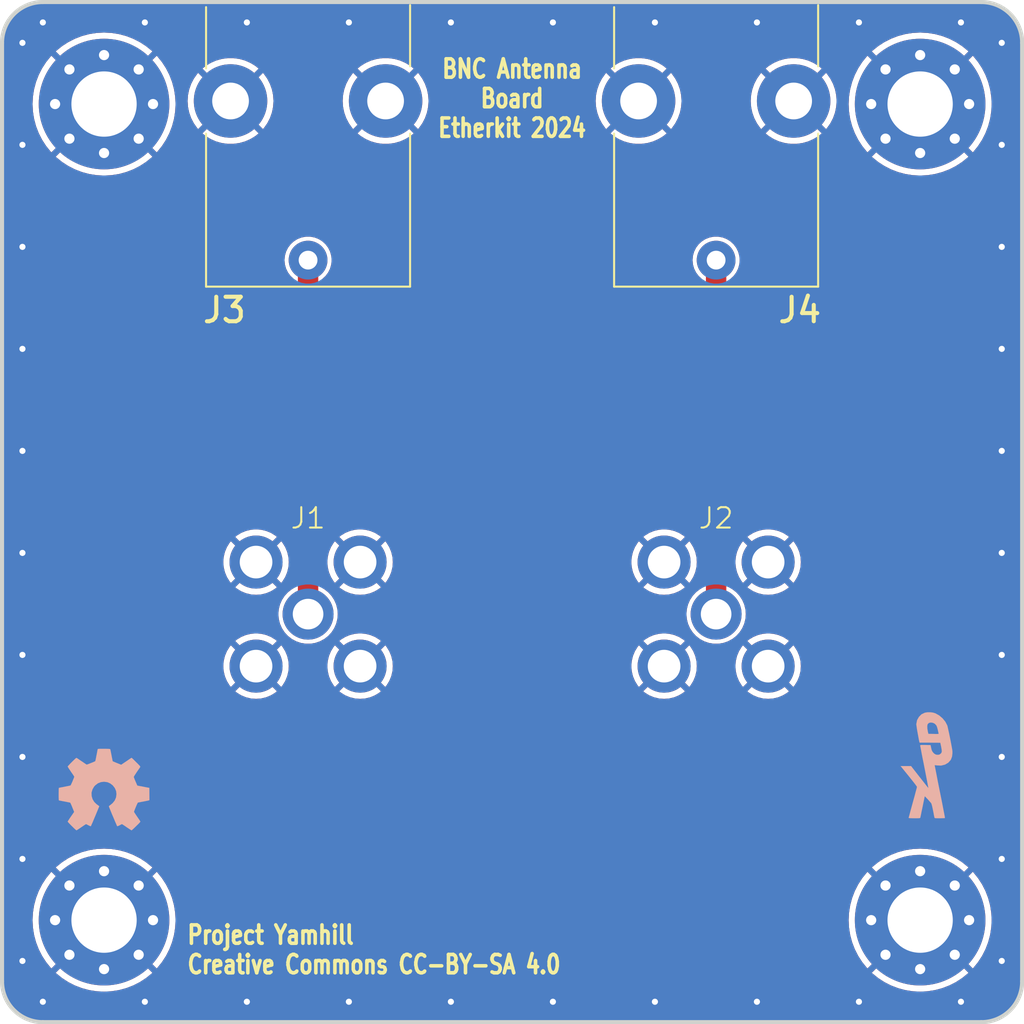
<source format=kicad_pcb>
(kicad_pcb (version 20221018) (generator pcbnew)
  (title_block (title "Project Yamhill") (rev "A") (company "Etherkit"))
  (layers (0 "F.Cu" signal) (31 "B.Cu" signal) (34 "B.Paste" user) (35 "F.Paste" user) (36 "B.SilkS" user "B.Silkscreen") (37 "F.SilkS" user "F.Silkscreen") (38 "B.Mask" user) (39 "F.Mask" user) (44 "Edge.Cuts" user))
  (net 0 "")
  (net 1 "GND")
  (net 2 "Net-(J1-In)")
  (net 3 "Net-(J2-In)")
  (footprint "MountingHole:MountingHole_3.2mm_M3_Pad_Via" (layer "F.Cu") (at 105 55)
    (fp_text reference "H1" hide)
    (fp_text value "MountingHole_Pad" hide)
    (pad "1" thru_hole circle (at -2.4 0) (size 0.8 0.8) (drill 0.5) (layers "*.Cu" "*.Mask") (net 1 "GND"))
    (pad "1" thru_hole circle (at -1.697056 -1.697056) (size 0.8 0.8) (drill 0.5) (layers "*.Cu" "*.Mask") (net 1 "GND"))
    (pad "1" thru_hole circle (at -1.697056 1.697056) (size 0.8 0.8) (drill 0.5) (layers "*.Cu" "*.Mask") (net 1 "GND"))
    (pad "1" thru_hole circle (at 0 -2.4) (size 0.8 0.8) (drill 0.5) (layers "*.Cu" "*.Mask") (net 1 "GND"))
    (pad "1" thru_hole circle (at 0 0) (size 6.4 6.4) (drill 3.2) (layers "*.Cu" "*.Mask") (net 1 "GND"))
    (pad "1" thru_hole circle (at 0 2.4) (size 0.8 0.8) (drill 0.5) (layers "*.Cu" "*.Mask") (net 1 "GND"))
    (pad "1" thru_hole circle (at 1.697056 -1.697056) (size 0.8 0.8) (drill 0.5) (layers "*.Cu" "*.Mask") (net 1 "GND"))
    (pad "1" thru_hole circle (at 1.697056 1.697056) (size 0.8 0.8) (drill 0.5) (layers "*.Cu" "*.Mask") (net 1 "GND"))
    (pad "1" thru_hole circle (at 2.4 0) (size 0.8 0.8) (drill 0.5) (layers "*.Cu" "*.Mask") (net 1 "GND"))
  )
  (footprint "EtherkitKicadLibrary:SMA_Jack_Vertical" (layer "F.Cu") (at 115 80)
    (fp_text reference "J1" (at 0 -4.7 unlocked) (layer "F.SilkS") (effects (font (thickness 0.1))))
    (fp_text value "SMA" hide)
    (pad "1" thru_hole circle (at 0 0) (size 2.5 2.5) (drill 1.5) (layers "*.Cu" "*.Mask") (net 2 "Net-(J1-In)"))
    (pad "2" thru_hole circle (at -2.55 -2.55) (size 2.6 2.6) (drill 1.6) (layers "*.Cu" "*.Mask") (net 1 "GND"))
    (pad "2" thru_hole circle (at -2.55 2.55) (size 2.6 2.6) (drill 1.6) (layers "*.Cu" "*.Mask") (net 1 "GND"))
    (pad "2" thru_hole circle (at 2.55 -2.55) (size 2.6 2.6) (drill 1.6) (layers "*.Cu" "*.Mask") (net 1 "GND"))
    (pad "2" thru_hole circle (at 2.55 2.55) (size 2.6 2.6) (drill 1.6) (layers "*.Cu" "*.Mask") (net 1 "GND"))
  )
  (footprint "MountingHole:MountingHole_3.2mm_M3_Pad_Via" (layer "F.Cu") (at 145 55)
    (fp_text reference "H4" hide)
    (fp_text value "MountingHole_Pad" hide)
    (pad "1" thru_hole circle (at -2.4 0) (size 0.8 0.8) (drill 0.5) (layers "*.Cu" "*.Mask") (net 1 "GND"))
    (pad "1" thru_hole circle (at -1.697056 -1.697056) (size 0.8 0.8) (drill 0.5) (layers "*.Cu" "*.Mask") (net 1 "GND"))
    (pad "1" thru_hole circle (at -1.697056 1.697056) (size 0.8 0.8) (drill 0.5) (layers "*.Cu" "*.Mask") (net 1 "GND"))
    (pad "1" thru_hole circle (at 0 -2.4) (size 0.8 0.8) (drill 0.5) (layers "*.Cu" "*.Mask") (net 1 "GND"))
    (pad "1" thru_hole circle (at 0 0) (size 6.4 6.4) (drill 3.2) (layers "*.Cu" "*.Mask") (net 1 "GND"))
    (pad "1" thru_hole circle (at 0 2.4) (size 0.8 0.8) (drill 0.5) (layers "*.Cu" "*.Mask") (net 1 "GND"))
    (pad "1" thru_hole circle (at 1.697056 -1.697056) (size 0.8 0.8) (drill 0.5) (layers "*.Cu" "*.Mask") (net 1 "GND"))
    (pad "1" thru_hole circle (at 1.697056 1.697056) (size 0.8 0.8) (drill 0.5) (layers "*.Cu" "*.Mask") (net 1 "GND"))
    (pad "1" thru_hole circle (at 2.4 0) (size 0.8 0.8) (drill 0.5) (layers "*.Cu" "*.Mask") (net 1 "GND"))
  )
  (footprint "MountingHole:MountingHole_3.2mm_M3_Pad_Via" (layer "F.Cu") (at 145 95)
    (fp_text reference "H3" hide)
    (fp_text value "MountingHole_Pad" hide)
    (pad "1" thru_hole circle (at -2.4 0) (size 0.8 0.8) (drill 0.5) (layers "*.Cu" "*.Mask") (net 1 "GND"))
    (pad "1" thru_hole circle (at -1.697056 -1.697056) (size 0.8 0.8) (drill 0.5) (layers "*.Cu" "*.Mask") (net 1 "GND"))
    (pad "1" thru_hole circle (at -1.697056 1.697056) (size 0.8 0.8) (drill 0.5) (layers "*.Cu" "*.Mask") (net 1 "GND"))
    (pad "1" thru_hole circle (at 0 -2.4) (size 0.8 0.8) (drill 0.5) (layers "*.Cu" "*.Mask") (net 1 "GND"))
    (pad "1" thru_hole circle (at 0 0) (size 6.4 6.4) (drill 3.2) (layers "*.Cu" "*.Mask") (net 1 "GND"))
    (pad "1" thru_hole circle (at 0 2.4) (size 0.8 0.8) (drill 0.5) (layers "*.Cu" "*.Mask") (net 1 "GND"))
    (pad "1" thru_hole circle (at 1.697056 -1.697056) (size 0.8 0.8) (drill 0.5) (layers "*.Cu" "*.Mask") (net 1 "GND"))
    (pad "1" thru_hole circle (at 1.697056 1.697056) (size 0.8 0.8) (drill 0.5) (layers "*.Cu" "*.Mask") (net 1 "GND"))
    (pad "1" thru_hole circle (at 2.4 0) (size 0.8 0.8) (drill 0.5) (layers "*.Cu" "*.Mask") (net 1 "GND"))
  )
  (footprint "MountingHole:MountingHole_3.2mm_M3_Pad_Via" (layer "F.Cu") (at 105 95)
    (fp_text reference "H2" hide)
    (fp_text value "MountingHole_Pad" hide)
    (pad "1" thru_hole circle (at -2.4 0) (size 0.8 0.8) (drill 0.5) (layers "*.Cu" "*.Mask") (net 1 "GND"))
    (pad "1" thru_hole circle (at -1.697056 -1.697056) (size 0.8 0.8) (drill 0.5) (layers "*.Cu" "*.Mask") (net 1 "GND"))
    (pad "1" thru_hole circle (at -1.697056 1.697056) (size 0.8 0.8) (drill 0.5) (layers "*.Cu" "*.Mask") (net 1 "GND"))
    (pad "1" thru_hole circle (at 0 -2.4) (size 0.8 0.8) (drill 0.5) (layers "*.Cu" "*.Mask") (net 1 "GND"))
    (pad "1" thru_hole circle (at 0 0) (size 6.4 6.4) (drill 3.2) (layers "*.Cu" "*.Mask") (net 1 "GND"))
    (pad "1" thru_hole circle (at 0 2.4) (size 0.8 0.8) (drill 0.5) (layers "*.Cu" "*.Mask") (net 1 "GND"))
    (pad "1" thru_hole circle (at 1.697056 -1.697056) (size 0.8 0.8) (drill 0.5) (layers "*.Cu" "*.Mask") (net 1 "GND"))
    (pad "1" thru_hole circle (at 1.697056 1.697056) (size 0.8 0.8) (drill 0.5) (layers "*.Cu" "*.Mask") (net 1 "GND"))
    (pad "1" thru_hole circle (at 2.4 0) (size 0.8 0.8) (drill 0.5) (layers "*.Cu" "*.Mask") (net 1 "GND"))
  )
  (footprint "EtherkitKicadLibrary:Molex_0731713150" (layer "F.Cu") (at 115 50.25 180)
    (fp_text reference "J3" (at 4.1 -14.85 unlocked) (layer "F.SilkS") (effects (font (size 1.2 1.2) (thickness 0.2) bold)))
    (fp_text value "BNC" hide)
    (fp_line (start -5 -13.7) (end 5 -13.7) (stroke (width 0.1)) (layer "F.SilkS"))
    (fp_line (start -5 -6.2) (end -5 -13.7) (stroke (width 0.1)) (layer "F.SilkS"))
    (fp_line (start -5 0.1) (end -5 -2.9) (stroke (width 0.1)) (layer "F.SilkS"))
    (fp_line (start 5 -13.7) (end 5 -6.2) (stroke (width 0.1)) (layer "F.SilkS"))
    (fp_line (start 5 0) (end 5 -3) (stroke (width 0.1)) (layer "F.SilkS"))
    (pad "1" thru_hole circle (at 0 -12.4 180) (size 1.9 1.9) (drill 0.92) (layers "*.Cu" "*.Mask") (net 2 "Net-(J1-In)"))
    (pad "2" thru_hole circle (at -3.8 -4.6 180) (size 3.6 3.6) (drill 1.8) (layers "*.Cu" "*.Mask") (net 1 "GND"))
    (pad "2" thru_hole circle (at 3.8 -4.6 180) (size 3.6 3.6) (drill 1.8) (layers "*.Cu" "*.Mask") (net 1 "GND"))
  )
  (footprint "EtherkitKicadLibrary:Molex_0731713150" (layer "F.Cu") (at 135 50.25 180)
    (fp_text reference "J4" (at -4.1 -14.85 unlocked) (layer "F.SilkS") (effects (font (size 1.2 1.2) (thickness 0.2) bold)))
    (fp_text value "BNC" hide)
    (fp_line (start -5 -13.7) (end 5 -13.7) (stroke (width 0.1)) (layer "F.SilkS"))
    (fp_line (start -5 -6.2) (end -5 -13.7) (stroke (width 0.1)) (layer "F.SilkS"))
    (fp_line (start -5 0.1) (end -5 -2.9) (stroke (width 0.1)) (layer "F.SilkS"))
    (fp_line (start 5 -13.7) (end 5 -6.2) (stroke (width 0.1)) (layer "F.SilkS"))
    (fp_line (start 5 0) (end 5 -3) (stroke (width 0.1)) (layer "F.SilkS"))
    (pad "1" thru_hole circle (at 0 -12.4 180) (size 1.9 1.9) (drill 0.92) (layers "*.Cu" "*.Mask") (net 3 "Net-(J2-In)"))
    (pad "2" thru_hole circle (at -3.8 -4.6 180) (size 3.6 3.6) (drill 1.8) (layers "*.Cu" "*.Mask") (net 1 "GND"))
    (pad "2" thru_hole circle (at 3.8 -4.6 180) (size 3.6 3.6) (drill 1.8) (layers "*.Cu" "*.Mask") (net 1 "GND"))
  )
  (footprint "EtherkitKicadLibrary:SMA_Jack_Vertical" (layer "F.Cu") (at 135 80)
    (fp_text reference "J2" (at 0 -4.7 unlocked) (layer "F.SilkS") (effects (font (thickness 0.1))))
    (fp_text value "SMA" hide)
    (pad "1" thru_hole circle (at 0 0) (size 2.5 2.5) (drill 1.5) (layers "*.Cu" "*.Mask") (net 3 "Net-(J2-In)"))
    (pad "2" thru_hole circle (at -2.55 -2.55) (size 2.6 2.6) (drill 1.6) (layers "*.Cu" "*.Mask") (net 1 "GND"))
    (pad "2" thru_hole circle (at -2.55 2.55) (size 2.6 2.6) (drill 1.6) (layers "*.Cu" "*.Mask") (net 1 "GND"))
    (pad "2" thru_hole circle (at 2.55 -2.55) (size 2.6 2.6) (drill 1.6) (layers "*.Cu" "*.Mask") (net 1 "GND"))
    (pad "2" thru_hole circle (at 2.55 2.55) (size 2.6 2.6) (drill 1.6) (layers "*.Cu" "*.Mask") (net 1 "GND"))
  )
  (footprint "EtherkitKicadLibrary:OSHWLogo4mm" (layer "B.Cu") (at 105 88.6 180)
    (fp_text reference "G***" hide)
    (fp_text value "LOGO" hide)
    (fp_poly (pts (xy -1.34874 -1.99898) (xy -1.32588 -1.98628) (xy -1.27254 -1.95326) (xy -1.19888 -1.905) (xy -1.10998 -1.84658) (xy -1.02362 -1.78562) (xy -0.94996 -1.73736) (xy -0.89916 -1.70434) (xy -0.87884 -1.69418) (xy -0.86614 -1.69672) (xy -0.8255 -1.71704) (xy -0.76454 -1.75006) (xy -0.72898 -1.76784) (xy -0.6731 -1.7907) (xy -0.64516 -1.79578) (xy -0.64008 -1.78816) (xy -0.61976 -1.74752) (xy -0.58928 -1.67386) (xy -0.5461 -1.57734) (xy -0.49784 -1.46304) (xy -0.44704 -1.34112) (xy -0.3937 -1.2192) (xy -0.34544 -1.09982) (xy -0.30226 -0.99314) (xy -0.2667 -0.90678) (xy -0.24384 -0.84582) (xy -0.23622 -0.82042) (xy -0.23876 -0.81534) (xy -0.2667 -0.7874) (xy -0.31496 -0.75184) (xy -0.4191 -0.66548) (xy -0.52324 -0.53594) (xy -0.58674 -0.38862) (xy -0.6096 -0.22352) (xy -0.59182 -0.07366) (xy -0.53086 0.07112) (xy -0.42926 0.2032) (xy -0.3048 0.29972) (xy -0.16256 0.36322) (xy 0 0.38354) (xy 0.15494 0.36576) (xy 0.30226 0.30734) (xy 0.43434 0.20574) (xy 0.49022 0.14224) (xy 0.56642 0.01016) (xy 0.6096 -0.13208) (xy 0.61468 -0.16764) (xy 0.60706 -0.32512) (xy 0.56134 -0.47498) (xy 0.48006 -0.60706) (xy 0.36576 -0.71882) (xy 0.35052 -0.72898) (xy 0.29718 -0.76708) (xy 0.26162 -0.79502) (xy 0.23368 -0.81788) (xy 0.4318 -1.29794) (xy 0.46482 -1.37414) (xy 0.51816 -1.50368) (xy 0.56642 -1.61798) (xy 0.60706 -1.70688) (xy 0.63246 -1.76784) (xy 0.64516 -1.7907) (xy 0.64516 -1.79324) (xy 0.66294 -1.79578) (xy 0.6985 -1.78308) (xy 0.76708 -1.75006) (xy 0.81026 -1.7272) (xy 0.86106 -1.7018) (xy 0.88392 -1.69418) (xy 0.90424 -1.70434) (xy 0.9525 -1.73482) (xy 1.02362 -1.78308) (xy 1.10998 -1.8415) (xy 1.19126 -1.89738) (xy 1.26492 -1.94564) (xy 1.3208 -1.9812) (xy 1.3462 -1.99644) (xy 1.35128 -1.99644) (xy 1.37414 -1.98374) (xy 1.41732 -1.94564) (xy 1.48336 -1.88468) (xy 1.5748 -1.79324) (xy 1.59004 -1.78054) (xy 1.66624 -1.7018) (xy 1.7272 -1.6383) (xy 1.76784 -1.59258) (xy 1.78308 -1.56972) (xy 1.77038 -1.54432) (xy 1.73482 -1.49098) (xy 1.68656 -1.41478) (xy 1.6256 -1.32588) (xy 1.46558 -1.09474) (xy 1.55448 -0.8763) (xy 1.57988 -0.81026) (xy 1.61544 -0.72898) (xy 1.64084 -0.6731) (xy 1.65354 -0.6477) (xy 1.6764 -0.63754) (xy 1.73482 -0.62484) (xy 1.82118 -0.60706) (xy 1.92532 -0.58674) (xy 2.02438 -0.56896) (xy 2.11074 -0.55118) (xy 2.17678 -0.53848) (xy 2.20472 -0.5334) (xy 2.21234 -0.53086) (xy 2.21742 -0.51562) (xy 2.21996 -0.48514) (xy 2.2225 -0.4318) (xy 2.22504 -0.34798) (xy 2.22504 -0.22352) (xy 2.22504 -0.21082) (xy 2.2225 -0.09398) (xy 2.2225 0) (xy 2.21742 0.05842) (xy 2.21488 0.08382) (xy 2.18694 0.0889) (xy 2.12344 0.10414) (xy 2.03454 0.11938) (xy 1.9304 0.1397) (xy 1.92278 0.14224) (xy 1.81864 0.16256) (xy 1.72974 0.18034) (xy 1.66878 0.19558) (xy 1.64084 0.2032) (xy 1.63576 0.21082) (xy 1.61544 0.25146) (xy 1.58496 0.3175) (xy 1.5494 0.39624) (xy 1.51638 0.48006) (xy 1.4859 0.55372) (xy 1.46558 0.6096) (xy 1.4605 0.635) (xy 1.47574 0.6604) (xy 1.5113 0.71374) (xy 1.5621 0.78994) (xy 1.6256 0.87884) (xy 1.62814 0.88646) (xy 1.6891 0.97536) (xy 1.7399 1.05156) (xy 1.77038 1.1049) (xy 1.78308 1.12776) (xy 1.78308 1.1303) (xy 1.76276 1.1557) (xy 1.71704 1.2065) (xy 1.65354 1.27508) (xy 1.5748 1.35382) (xy 1.5494 1.37922) (xy 1.46304 1.46304) (xy 1.40462 1.51892) (xy 1.36652 1.54686) (xy 1.34874 1.55448) (xy 1.3208 1.5367) (xy 1.26492 1.50114) (xy 1.18872 1.4478) (xy 1.09728 1.38684) (xy 1.0922 1.3843) (xy 1.0033 1.32334) (xy 0.92964 1.27254) (xy 0.8763 1.23698) (xy 0.85344 1.22428) (xy 0.84836 1.22428) (xy 0.8128 1.23444) (xy 0.7493 1.2573) (xy 0.6731 1.28778) (xy 0.58928 1.3208) (xy 0.51562 1.35128) (xy 0.45974 1.37668) (xy 0.4318 1.39192) (xy 0.4318 1.39446) (xy 0.42164 1.42494) (xy 0.4064 1.49098) (xy 0.38862 1.58242) (xy 0.3683 1.69164) (xy 0.36322 1.70942) (xy 0.3429 1.8161) (xy 0.32766 1.90246) (xy 0.31496 1.96342) (xy 0.30734 1.98882) (xy 0.2921 1.99136) (xy 0.2413 1.99644) (xy 0.16256 1.99898) (xy 0.06604 1.99898) (xy -0.03302 1.99898) (xy -0.13208 1.99644) (xy -0.2159 1.9939) (xy -0.27432 1.98882) (xy -0.29972 1.98374) (xy -0.30226 1.98374) (xy -0.30988 1.95072) (xy -0.32512 1.88468) (xy -0.3429 1.7907) (xy -0.36576 1.68148) (xy -0.3683 1.6637) (xy -0.38862 1.55702) (xy -0.4064 1.47066) (xy -0.4191 1.4097) (xy -0.42672 1.38684) (xy -0.43434 1.38176) (xy -0.48006 1.36398) (xy -0.55118 1.3335) (xy -0.63754 1.29794) (xy -0.84074 1.21666) (xy -1.0922 1.38684) (xy -1.11506 1.40208) (xy -1.20396 1.46304) (xy -1.27762 1.51384) (xy -1.32842 1.54686) (xy -1.35128 1.55702) (xy -1.37668 1.53416) (xy -1.42748 1.48844) (xy -1.49352 1.4224) (xy -1.57226 1.34366) (xy -1.63068 1.28778) (xy -1.69926 1.21666) (xy -1.74498 1.1684) (xy -1.76784 1.13792) (xy -1.77546 1.12014) (xy -1.77292 1.10744) (xy -1.75768 1.08204) (xy -1.72212 1.0287) (xy -1.66878 0.9525) (xy -1.60782 0.8636) (xy -1.55956 0.78994) (xy -1.50368 0.70612) (xy -1.46812 0.64516) (xy -1.45796 0.61722) (xy -1.4605 0.60452) (xy -1.47828 0.55626) (xy -1.50622 0.4826) (xy -1.54432 0.3937) (xy -1.63068 0.19558) (xy -1.76022 0.17018) (xy -1.83896 0.15748) (xy -1.95072 0.13462) (xy -2.05486 0.1143) (xy -2.21996 0.08382) (xy -2.22504 -0.51816) (xy -2.19964 -0.52832) (xy -2.17424 -0.53594) (xy -2.11328 -0.54864) (xy -2.02692 -0.56642) (xy -1.92532 -0.58674) (xy -1.83896 -0.60198) (xy -1.75006 -0.61976) (xy -1.68656 -0.63246) (xy -1.65862 -0.63754) (xy -1.651 -0.6477) (xy -1.63068 -0.68834) (xy -1.59766 -0.75692) (xy -1.56464 -0.8382) (xy -1.52908 -0.92202) (xy -1.4986 -1.00076) (xy -1.47574 -1.05918) (xy -1.46812 -1.0922) (xy -1.48082 -1.11506) (xy -1.51384 -1.16586) (xy -1.5621 -1.23952) (xy -1.62052 -1.32588) (xy -1.68148 -1.41478) (xy -1.73228 -1.48844) (xy -1.7653 -1.54178) (xy -1.78054 -1.56718) (xy -1.77292 -1.58496) (xy -1.7399 -1.6256) (xy -1.67386 -1.69418) (xy -1.5748 -1.7907) (xy -1.55956 -1.80594) (xy -1.48082 -1.88214) (xy -1.41478 -1.9431) (xy -1.36906 -1.98374) (xy -1.34874 -1.99898)) (stroke (width 0.00254)) (fill solid) (layer "B.SilkS"))
  )
  (footprint "EtherkitKicadLibrary:EtherkitLogoSmall" (layer "B.Cu") (at 145.3 87.4 180)
    (fp_text reference "Ref**" hide)
    (fp_text value "Val**" hide)
    (fp_poly (pts (xy 0.58166 -2.60604) (xy 0.6223 -2.60604) (xy 0.7493 -2.6035) (xy 0.83312 -2.59842) (xy 0.8636 -2.5908) (xy 0.85852 -2.57048) (xy 0.84074 -2.49936) (xy 0.80772 -2.37998) (xy 0.76708 -2.22504) (xy 0.71628 -2.03962) (xy 0.61722 -1.67894) (xy 0.56388 -1.48844) (xy 0.5207 -1.3208) (xy 0.48514 -1.19126) (xy 0.46228 -1.10236) (xy 0.45466 -1.0668) (xy 0.45466 -1.06426) (xy 0.4826 -1.02362) (xy 0.54102 -0.94234) (xy 0.62738 -0.83058) (xy 0.73406 -0.69596) (xy 0.85598 -0.54356) (xy 1.2573 -0.04826) (xy 0.74422 -0.04826) (xy 0.32258 -0.58928) (xy 0.2667 -0.65786) (xy 0.14986 -0.80772) (xy 0.04826 -0.93726) (xy -0.03302 -1.03886) (xy -0.08382 -1.10236) (xy -0.10414 -1.12522) (xy -0.1016 -1.10998) (xy -0.0889 -1.03886) (xy -0.06604 -0.91948) (xy -0.03556 -0.75946) (xy 0.00254 -0.56134) (xy 0.04572 -0.33782) (xy 0.09398 -0.09398) (xy 0.127 0.07874) (xy 0.17526 0.31242) (xy 0.2159 0.5207) (xy 0.24892 0.6985) (xy 0.27432 0.83566) (xy 0.2921 0.92456) (xy 0.29718 0.96266) (xy 0.29718 0.97028) (xy 0.28448 0.98044) (xy 0.24638 0.98552) (xy 0.17018 0.98552) (xy 0.04318 0.98552) (xy -0.21082 0.98044) (xy -0.23622 0.85598) (xy -0.26416 0.73914) (xy -0.3048 0.65532) (xy -0.36322 0.58674) (xy -0.40386 0.55118) (xy -0.47498 0.51308) (xy -0.56388 0.50292) (xy -0.56896 0.50292) (xy -0.64008 0.51308) (xy -0.6985 0.55118) (xy -0.70866 0.56134) (xy -0.74676 0.6096) (xy -0.762 0.66802) (xy -0.75438 0.75946) (xy -0.73152 0.89408) (xy -0.7112 0.98552) (xy -0.69596 1.06172) (xy -0.69088 1.0922) (xy -0.67564 1.09474) (xy -0.6096 1.09474) (xy -0.53594 1.09728) (xy -0.53594 1.524) (xy -0.58674 1.52908) (xy -0.60452 1.5367) (xy -0.60706 1.5494) (xy -0.60198 1.56464) (xy -0.58674 1.63068) (xy -0.56642 1.72466) (xy -0.55626 1.7653) (xy -0.52832 1.86436) (xy -0.50038 1.93294) (xy -0.49276 1.94564) (xy -0.42164 2.02438) (xy -0.32512 2.07264) (xy -0.22098 2.08788) (xy -0.13208 2.06756) (xy -0.06858 2.0066) (xy -0.06604 2.00152) (xy -0.04826 1.91262) (xy -0.05334 1.78816) (xy -0.0762 1.64846) (xy -0.10414 1.53162) (xy -0.35814 1.52654) (xy -0.44196 1.524) (xy -0.53594 1.524) (xy -0.53594 1.09728) (xy -0.49784 1.09728) (xy -0.35306 1.09728) (xy -0.18034 1.09982) (xy 0.32766 1.09982) (xy 0.33782 1.13538) (xy 0.34036 1.143) (xy 0.36322 1.24968) (xy 0.38862 1.38938) (xy 0.41656 1.54178) (xy 0.4445 1.69418) (xy 0.46482 1.8288) (xy 0.48006 1.93548) (xy 0.48768 1.9939) (xy 0.48514 2.02438) (xy 0.44958 2.20472) (xy 0.36068 2.3622) (xy 0.23368 2.4892) (xy 0.07366 2.5654) (xy 0.05588 2.57048) (xy -0.0635 2.58826) (xy -0.2032 2.58826) (xy -0.32766 2.57302) (xy -0.44704 2.53746) (xy -0.62992 2.43586) (xy -0.79756 2.29362) (xy -0.93472 2.12598) (xy -1.0287 1.94564) (xy -1.03632 1.92278) (xy -1.05664 1.83388) (xy -1.08458 1.70434) (xy -1.12014 1.54686) (xy -1.1557 1.3716) (xy -1.19126 1.19126) (xy -1.22428 1.01854) (xy -1.25222 0.86868) (xy -1.27254 0.75184) (xy -1.2827 0.68072) (xy -1.2827 0.57912) (xy -1.26238 0.41402) (xy -1.21158 0.27686) (xy -1.19126 0.24384) (xy -1.07442 0.1143) (xy -0.91694 0.02286) (xy -0.73406 -0.02286) (xy -0.53848 -0.01778) (xy -0.51562 -0.01524) (xy -0.4445 -0.00508) (xy -0.41402 -0.00508) (xy -0.41402 -0.0127) (xy -0.42418 -0.07366) (xy -0.44704 -0.18542) (xy -0.47752 -0.34036) (xy -0.51562 -0.53848) (xy -0.5588 -0.76708) (xy -0.6096 -1.02108) (xy -0.69342 -1.43764) (xy -0.74676 -1.7018) (xy -0.79502 -1.94564) (xy -0.83566 -2.159) (xy -0.87122 -2.33934) (xy -0.89662 -2.47396) (xy -0.91186 -2.56286) (xy -0.9144 -2.59334) (xy -0.91186 -2.59588) (xy -0.86614 -2.60096) (xy -0.77724 -2.6035) (xy -0.65786 -2.60604) (xy -0.55372 -2.60604) (xy -0.4699 -2.6035) (xy -0.42672 -2.59842) (xy -0.4064 -2.58826) (xy -0.40132 -2.57048) (xy -0.39624 -2.54508) (xy -0.37846 -2.46634) (xy -0.35814 -2.35204) (xy -0.3302 -2.21488) (xy -0.32258 -2.17424) (xy -0.28702 -2.01168) (xy -0.25908 -1.91008) (xy -0.23876 -1.86182) (xy -0.2286 -1.85166) (xy -0.1524 -1.7653) (xy -0.07366 -1.6764) (xy 0 -1.6002) (xy 0.0508 -1.54686) (xy 0.07112 -1.52654) (xy 0.0762 -1.54178) (xy 0.09144 -1.60782) (xy 0.1143 -1.71958) (xy 0.14478 -1.86436) (xy 0.1778 -2.032) (xy 0.2032 -2.14884) (xy 0.23622 -2.30632) (xy 0.26162 -2.4384) (xy 0.28194 -2.52984) (xy 0.28956 -2.57048) (xy 0.2921 -2.57302) (xy 0.29718 -2.58826) (xy 0.3175 -2.59842) (xy 0.36322 -2.6035) (xy 0.44704 -2.60604) (xy 0.58166 -2.60604)) (stroke (width 0.00254)) (fill solid) (layer "B.SilkS"))
  )
  (gr_line (start 148 100) (end 102 100) (stroke (width 0.2)) (layer "Edge.Cuts"))
  (gr_arc (start 102 100) (mid 100.585786 99.414214) (end 100 98) (stroke (width 0.2)) (layer "Edge.Cuts"))
  (gr_arc (start 148 50) (mid 149.414214 50.585786) (end 150 52) (stroke (width 0.2)) (layer "Edge.Cuts"))
  (gr_arc (start 100 52) (mid 100.585786 50.585786) (end 102 50) (stroke (width 0.2)) (layer "Edge.Cuts"))
  (gr_line (start 100 98) (end 100 52) (stroke (width 0.2)) (layer "Edge.Cuts"))
  (gr_line (start 102 50) (end 148 50) (stroke (width 0.2)) (layer "Edge.Cuts"))
  (gr_arc (start 150 98) (mid 149.414214 99.414214) (end 148 100) (stroke (width 0.2)) (layer "Edge.Cuts"))
  (gr_line (start 150 52) (end 150 98) (stroke (width 0.2)) (layer "Edge.Cuts"))
  (gr_text "Rev A" (at 142.9 90.2) (layer "F.Cu" knockout) (effects (font (size 1.2 1) (thickness 0.25) bold) (justify left bottom)))
  (gr_text "Project Yamhill\nCreative Commons CC-BY-SA 4.0" (at 109 97.7) (layer "F.SilkS") (effects (font (size 0.9 0.7) (thickness 0.175) bold) (justify left bottom)))
  (gr_text "BNC Antenna\nBoard\nEtherkit 2024" (at 125 56.7) (layer "F.SilkS") (effects (font (size 0.9 0.7) (thickness 0.175) bold) (justify bottom)))
  (via (at 122 99) (size 0.6) (drill 0.3) (layers "F.Cu" "B.Cu") (net 1))
  (via (at 142 99) (size 0.6) (drill 0.3) (layers "F.Cu" "B.Cu") (net 1))
  (via (at 149 87) (size 0.6) (drill 0.3) (layers "F.Cu" "B.Cu") (net 1))
  (via (at 147 51) (size 0.6) (drill 0.3) (layers "F.Cu" "B.Cu") (net 1))
  (via (at 101 87) (size 0.6) (drill 0.3) (layers "F.Cu" "B.Cu") (net 1))
  (via (at 149 77) (size 0.6) (drill 0.3) (layers "F.Cu" "B.Cu") (net 1))
  (via (at 101 72) (size 0.6) (drill 0.3) (layers "F.Cu" "B.Cu") (net 1))
  (via (at 122 51) (size 0.6) (drill 0.3) (layers "F.Cu" "B.Cu") (net 1))
  (via (at 112 99) (size 0.6) (drill 0.3) (layers "F.Cu" "B.Cu") (net 1))
  (via (at 142 51) (size 0.6) (drill 0.3) (layers "F.Cu" "B.Cu") (net 1))
  (via (at 127 51) (size 0.6) (drill 0.3) (layers "F.Cu" "B.Cu") (net 1))
  (via (at 149 67) (size 0.6) (drill 0.3) (layers "F.Cu" "B.Cu") (net 1))
  (via (at 149 97) (size 0.6) (drill 0.3) (layers "F.Cu" "B.Cu") (net 1))
  (via (at 149 52) (size 0.6) (drill 0.3) (layers "F.Cu" "B.Cu") (net 1))
  (via (at 149 82) (size 0.6) (drill 0.3) (layers "F.Cu" "B.Cu") (net 1))
  (via (at 101 57) (size 0.6) (drill 0.3) (layers "F.Cu" "B.Cu") (net 1))
  (via (at 101 52) (size 0.6) (drill 0.3) (layers "F.Cu" "B.Cu") (net 1))
  (via (at 107 99) (size 0.6) (drill 0.3) (layers "F.Cu" "B.Cu") (net 1))
  (via (at 132 51) (size 0.6) (drill 0.3) (layers "F.Cu" "B.Cu") (net 1))
  (via (at 117 51) (size 0.6) (drill 0.3) (layers "F.Cu" "B.Cu") (net 1))
  (via (at 127 99) (size 0.6) (drill 0.3) (layers "F.Cu" "B.Cu") (net 1))
  (via (at 102 51) (size 0.6) (drill 0.3) (layers "F.Cu" "B.Cu") (net 1))
  (via (at 149 72) (size 0.6) (drill 0.3) (layers "F.Cu" "B.Cu") (net 1))
  (via (at 137 99) (size 0.6) (drill 0.3) (layers "F.Cu" "B.Cu") (net 1))
  (via (at 101 62) (size 0.6) (drill 0.3) (layers "F.Cu" "B.Cu") (net 1))
  (via (at 101 67) (size 0.6) (drill 0.3) (layers "F.Cu" "B.Cu") (net 1))
  (via (at 112 51) (size 0.6) (drill 0.3) (layers "F.Cu" "B.Cu") (net 1))
  (via (at 107 51) (size 0.6) (drill 0.3) (layers "F.Cu" "B.Cu") (net 1))
  (via (at 149 62) (size 0.6) (drill 0.3) (layers "F.Cu" "B.Cu") (net 1))
  (via (at 149 57) (size 0.6) (drill 0.3) (layers "F.Cu" "B.Cu") (net 1))
  (via (at 137 51) (size 0.6) (drill 0.3) (layers "F.Cu" "B.Cu") (net 1))
  (via (at 101 82) (size 0.6) (drill 0.3) (layers "F.Cu" "B.Cu") (net 1))
  (via (at 149 92) (size 0.6) (drill 0.3) (layers "F.Cu" "B.Cu") (net 1))
  (via (at 132 99) (size 0.6) (drill 0.3) (layers "F.Cu" "B.Cu") (net 1))
  (via (at 101 97) (size 0.6) (drill 0.3) (layers "F.Cu" "B.Cu") (net 1))
  (via (at 102 99) (size 0.6) (drill 0.3) (layers "F.Cu" "B.Cu") (net 1))
  (via (at 147 99) (size 0.6) (drill 0.3) (layers "F.Cu" "B.Cu") (net 1))
  (via (at 101 92) (size 0.6) (drill 0.3) (layers "F.Cu" "B.Cu") (net 1))
  (via (at 101 77) (size 0.6) (drill 0.3) (layers "F.Cu" "B.Cu") (net 1))
  (via (at 117 99) (size 0.6) (drill 0.3) (layers "F.Cu" "B.Cu") (net 1))
  (segment (start 115 62.65) (end 115 80) (width 1) (layer "F.Cu") (net 2))
  (segment (start 135 62.65) (end 135 80) (width 1) (layer "F.Cu") (net 3))
  (zone locked (net 1) (net_name "GND") (layers "F&B.Cu") (name "Ground Plane") (connect_pads (clearance 0.15)) (min_thickness 0.15) (fill yes (thermal_gap 0.3) (thermal_bridge_width 0.3) (smoothing chamfer) (radius 1) (island_removal_mode 2) (island_area_min 10))
    (polygon (pts (xy 99.974457 49.974457) (xy 149.972139 50.027861) (xy 149.966772 99.966772) (xy 100 100)))
  )
)
</source>
